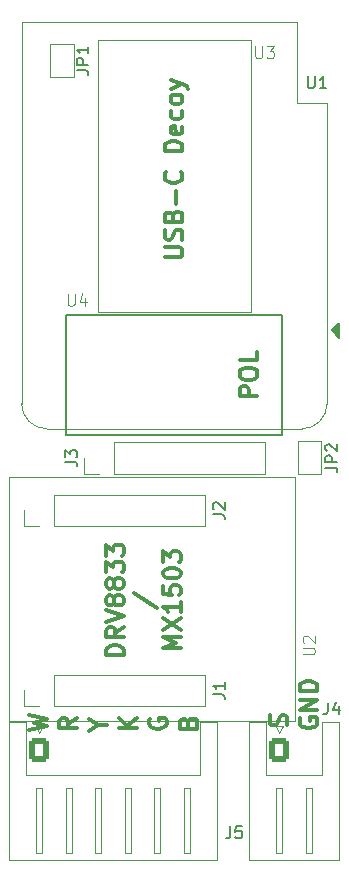
<source format=gto>
%TF.GenerationSoftware,KiCad,Pcbnew,8.0.7*%
%TF.CreationDate,2025-02-05T23:04:40+01:00*%
%TF.ProjectId,YADCMCB,59414443-4d43-4422-9e6b-696361645f70,rev?*%
%TF.SameCoordinates,Original*%
%TF.FileFunction,Legend,Top*%
%TF.FilePolarity,Positive*%
%FSLAX46Y46*%
G04 Gerber Fmt 4.6, Leading zero omitted, Abs format (unit mm)*
G04 Created by KiCad (PCBNEW 8.0.7) date 2025-02-05 23:04:40*
%MOMM*%
%LPD*%
G01*
G04 APERTURE LIST*
G04 Aperture macros list*
%AMRoundRect*
0 Rectangle with rounded corners*
0 $1 Rounding radius*
0 $2 $3 $4 $5 $6 $7 $8 $9 X,Y pos of 4 corners*
0 Add a 4 corners polygon primitive as box body*
4,1,4,$2,$3,$4,$5,$6,$7,$8,$9,$2,$3,0*
0 Add four circle primitives for the rounded corners*
1,1,$1+$1,$2,$3*
1,1,$1+$1,$4,$5*
1,1,$1+$1,$6,$7*
1,1,$1+$1,$8,$9*
0 Add four rect primitives between the rounded corners*
20,1,$1+$1,$2,$3,$4,$5,0*
20,1,$1+$1,$4,$5,$6,$7,0*
20,1,$1+$1,$6,$7,$8,$9,0*
20,1,$1+$1,$8,$9,$2,$3,0*%
G04 Aperture macros list end*
%ADD10C,0.300000*%
%ADD11C,0.150000*%
%ADD12C,0.100000*%
%ADD13C,0.120000*%
%ADD14C,0.200000*%
%ADD15R,1.500000X1.000000*%
%ADD16R,5.000000X2.000000*%
%ADD17O,1.000000X1.800000*%
%ADD18O,1.000000X2.100000*%
%ADD19RoundRect,0.250000X-0.600000X-0.750000X0.600000X-0.750000X0.600000X0.750000X-0.600000X0.750000X0*%
%ADD20O,1.700000X2.000000*%
%ADD21RoundRect,0.250000X-0.600000X-0.725000X0.600000X-0.725000X0.600000X0.725000X-0.600000X0.725000X0*%
%ADD22O,1.700000X1.950000*%
%ADD23R,1.700000X1.700000*%
%ADD24O,1.700000X1.700000*%
%ADD25C,1.700000*%
%ADD26R,2.000000X2.000000*%
%ADD27O,2.000000X1.600000*%
G04 APERTURE END LIST*
D10*
X23538328Y-30995714D02*
X22038328Y-30995714D01*
X22038328Y-30995714D02*
X22038328Y-30424285D01*
X22038328Y-30424285D02*
X22109757Y-30281428D01*
X22109757Y-30281428D02*
X22181185Y-30209999D01*
X22181185Y-30209999D02*
X22324042Y-30138571D01*
X22324042Y-30138571D02*
X22538328Y-30138571D01*
X22538328Y-30138571D02*
X22681185Y-30209999D01*
X22681185Y-30209999D02*
X22752614Y-30281428D01*
X22752614Y-30281428D02*
X22824042Y-30424285D01*
X22824042Y-30424285D02*
X22824042Y-30995714D01*
X22038328Y-29209999D02*
X22038328Y-28924285D01*
X22038328Y-28924285D02*
X22109757Y-28781428D01*
X22109757Y-28781428D02*
X22252614Y-28638571D01*
X22252614Y-28638571D02*
X22538328Y-28567142D01*
X22538328Y-28567142D02*
X23038328Y-28567142D01*
X23038328Y-28567142D02*
X23324042Y-28638571D01*
X23324042Y-28638571D02*
X23466900Y-28781428D01*
X23466900Y-28781428D02*
X23538328Y-28924285D01*
X23538328Y-28924285D02*
X23538328Y-29209999D01*
X23538328Y-29209999D02*
X23466900Y-29352857D01*
X23466900Y-29352857D02*
X23324042Y-29495714D01*
X23324042Y-29495714D02*
X23038328Y-29567142D01*
X23038328Y-29567142D02*
X22538328Y-29567142D01*
X22538328Y-29567142D02*
X22252614Y-29495714D01*
X22252614Y-29495714D02*
X22109757Y-29352857D01*
X22109757Y-29352857D02*
X22038328Y-29209999D01*
X23538328Y-27209999D02*
X23538328Y-27924285D01*
X23538328Y-27924285D02*
X22038328Y-27924285D01*
X12233412Y-52902856D02*
X10733412Y-52902856D01*
X10733412Y-52902856D02*
X10733412Y-52545713D01*
X10733412Y-52545713D02*
X10804841Y-52331427D01*
X10804841Y-52331427D02*
X10947698Y-52188570D01*
X10947698Y-52188570D02*
X11090555Y-52117141D01*
X11090555Y-52117141D02*
X11376269Y-52045713D01*
X11376269Y-52045713D02*
X11590555Y-52045713D01*
X11590555Y-52045713D02*
X11876269Y-52117141D01*
X11876269Y-52117141D02*
X12019126Y-52188570D01*
X12019126Y-52188570D02*
X12161984Y-52331427D01*
X12161984Y-52331427D02*
X12233412Y-52545713D01*
X12233412Y-52545713D02*
X12233412Y-52902856D01*
X12233412Y-50545713D02*
X11519126Y-51045713D01*
X12233412Y-51402856D02*
X10733412Y-51402856D01*
X10733412Y-51402856D02*
X10733412Y-50831427D01*
X10733412Y-50831427D02*
X10804841Y-50688570D01*
X10804841Y-50688570D02*
X10876269Y-50617141D01*
X10876269Y-50617141D02*
X11019126Y-50545713D01*
X11019126Y-50545713D02*
X11233412Y-50545713D01*
X11233412Y-50545713D02*
X11376269Y-50617141D01*
X11376269Y-50617141D02*
X11447698Y-50688570D01*
X11447698Y-50688570D02*
X11519126Y-50831427D01*
X11519126Y-50831427D02*
X11519126Y-51402856D01*
X10733412Y-50117141D02*
X12233412Y-49617141D01*
X12233412Y-49617141D02*
X10733412Y-49117141D01*
X11376269Y-48402856D02*
X11304841Y-48545713D01*
X11304841Y-48545713D02*
X11233412Y-48617142D01*
X11233412Y-48617142D02*
X11090555Y-48688570D01*
X11090555Y-48688570D02*
X11019126Y-48688570D01*
X11019126Y-48688570D02*
X10876269Y-48617142D01*
X10876269Y-48617142D02*
X10804841Y-48545713D01*
X10804841Y-48545713D02*
X10733412Y-48402856D01*
X10733412Y-48402856D02*
X10733412Y-48117142D01*
X10733412Y-48117142D02*
X10804841Y-47974285D01*
X10804841Y-47974285D02*
X10876269Y-47902856D01*
X10876269Y-47902856D02*
X11019126Y-47831427D01*
X11019126Y-47831427D02*
X11090555Y-47831427D01*
X11090555Y-47831427D02*
X11233412Y-47902856D01*
X11233412Y-47902856D02*
X11304841Y-47974285D01*
X11304841Y-47974285D02*
X11376269Y-48117142D01*
X11376269Y-48117142D02*
X11376269Y-48402856D01*
X11376269Y-48402856D02*
X11447698Y-48545713D01*
X11447698Y-48545713D02*
X11519126Y-48617142D01*
X11519126Y-48617142D02*
X11661984Y-48688570D01*
X11661984Y-48688570D02*
X11947698Y-48688570D01*
X11947698Y-48688570D02*
X12090555Y-48617142D01*
X12090555Y-48617142D02*
X12161984Y-48545713D01*
X12161984Y-48545713D02*
X12233412Y-48402856D01*
X12233412Y-48402856D02*
X12233412Y-48117142D01*
X12233412Y-48117142D02*
X12161984Y-47974285D01*
X12161984Y-47974285D02*
X12090555Y-47902856D01*
X12090555Y-47902856D02*
X11947698Y-47831427D01*
X11947698Y-47831427D02*
X11661984Y-47831427D01*
X11661984Y-47831427D02*
X11519126Y-47902856D01*
X11519126Y-47902856D02*
X11447698Y-47974285D01*
X11447698Y-47974285D02*
X11376269Y-48117142D01*
X11376269Y-46974285D02*
X11304841Y-47117142D01*
X11304841Y-47117142D02*
X11233412Y-47188571D01*
X11233412Y-47188571D02*
X11090555Y-47259999D01*
X11090555Y-47259999D02*
X11019126Y-47259999D01*
X11019126Y-47259999D02*
X10876269Y-47188571D01*
X10876269Y-47188571D02*
X10804841Y-47117142D01*
X10804841Y-47117142D02*
X10733412Y-46974285D01*
X10733412Y-46974285D02*
X10733412Y-46688571D01*
X10733412Y-46688571D02*
X10804841Y-46545714D01*
X10804841Y-46545714D02*
X10876269Y-46474285D01*
X10876269Y-46474285D02*
X11019126Y-46402856D01*
X11019126Y-46402856D02*
X11090555Y-46402856D01*
X11090555Y-46402856D02*
X11233412Y-46474285D01*
X11233412Y-46474285D02*
X11304841Y-46545714D01*
X11304841Y-46545714D02*
X11376269Y-46688571D01*
X11376269Y-46688571D02*
X11376269Y-46974285D01*
X11376269Y-46974285D02*
X11447698Y-47117142D01*
X11447698Y-47117142D02*
X11519126Y-47188571D01*
X11519126Y-47188571D02*
X11661984Y-47259999D01*
X11661984Y-47259999D02*
X11947698Y-47259999D01*
X11947698Y-47259999D02*
X12090555Y-47188571D01*
X12090555Y-47188571D02*
X12161984Y-47117142D01*
X12161984Y-47117142D02*
X12233412Y-46974285D01*
X12233412Y-46974285D02*
X12233412Y-46688571D01*
X12233412Y-46688571D02*
X12161984Y-46545714D01*
X12161984Y-46545714D02*
X12090555Y-46474285D01*
X12090555Y-46474285D02*
X11947698Y-46402856D01*
X11947698Y-46402856D02*
X11661984Y-46402856D01*
X11661984Y-46402856D02*
X11519126Y-46474285D01*
X11519126Y-46474285D02*
X11447698Y-46545714D01*
X11447698Y-46545714D02*
X11376269Y-46688571D01*
X10733412Y-45902857D02*
X10733412Y-44974285D01*
X10733412Y-44974285D02*
X11304841Y-45474285D01*
X11304841Y-45474285D02*
X11304841Y-45260000D01*
X11304841Y-45260000D02*
X11376269Y-45117143D01*
X11376269Y-45117143D02*
X11447698Y-45045714D01*
X11447698Y-45045714D02*
X11590555Y-44974285D01*
X11590555Y-44974285D02*
X11947698Y-44974285D01*
X11947698Y-44974285D02*
X12090555Y-45045714D01*
X12090555Y-45045714D02*
X12161984Y-45117143D01*
X12161984Y-45117143D02*
X12233412Y-45260000D01*
X12233412Y-45260000D02*
X12233412Y-45688571D01*
X12233412Y-45688571D02*
X12161984Y-45831428D01*
X12161984Y-45831428D02*
X12090555Y-45902857D01*
X10733412Y-44474286D02*
X10733412Y-43545714D01*
X10733412Y-43545714D02*
X11304841Y-44045714D01*
X11304841Y-44045714D02*
X11304841Y-43831429D01*
X11304841Y-43831429D02*
X11376269Y-43688572D01*
X11376269Y-43688572D02*
X11447698Y-43617143D01*
X11447698Y-43617143D02*
X11590555Y-43545714D01*
X11590555Y-43545714D02*
X11947698Y-43545714D01*
X11947698Y-43545714D02*
X12090555Y-43617143D01*
X12090555Y-43617143D02*
X12161984Y-43688572D01*
X12161984Y-43688572D02*
X12233412Y-43831429D01*
X12233412Y-43831429D02*
X12233412Y-44260000D01*
X12233412Y-44260000D02*
X12161984Y-44402857D01*
X12161984Y-44402857D02*
X12090555Y-44474286D01*
X13076900Y-47617142D02*
X15005471Y-48902856D01*
X17063244Y-52331427D02*
X15563244Y-52331427D01*
X15563244Y-52331427D02*
X16634673Y-51831427D01*
X16634673Y-51831427D02*
X15563244Y-51331427D01*
X15563244Y-51331427D02*
X17063244Y-51331427D01*
X15563244Y-50759998D02*
X17063244Y-49759998D01*
X15563244Y-49759998D02*
X17063244Y-50759998D01*
X17063244Y-48402855D02*
X17063244Y-49259998D01*
X17063244Y-48831427D02*
X15563244Y-48831427D01*
X15563244Y-48831427D02*
X15777530Y-48974284D01*
X15777530Y-48974284D02*
X15920387Y-49117141D01*
X15920387Y-49117141D02*
X15991816Y-49259998D01*
X15563244Y-47045713D02*
X15563244Y-47759999D01*
X15563244Y-47759999D02*
X16277530Y-47831427D01*
X16277530Y-47831427D02*
X16206101Y-47759999D01*
X16206101Y-47759999D02*
X16134673Y-47617142D01*
X16134673Y-47617142D02*
X16134673Y-47259999D01*
X16134673Y-47259999D02*
X16206101Y-47117142D01*
X16206101Y-47117142D02*
X16277530Y-47045713D01*
X16277530Y-47045713D02*
X16420387Y-46974284D01*
X16420387Y-46974284D02*
X16777530Y-46974284D01*
X16777530Y-46974284D02*
X16920387Y-47045713D01*
X16920387Y-47045713D02*
X16991816Y-47117142D01*
X16991816Y-47117142D02*
X17063244Y-47259999D01*
X17063244Y-47259999D02*
X17063244Y-47617142D01*
X17063244Y-47617142D02*
X16991816Y-47759999D01*
X16991816Y-47759999D02*
X16920387Y-47831427D01*
X15563244Y-46045713D02*
X15563244Y-45902856D01*
X15563244Y-45902856D02*
X15634673Y-45759999D01*
X15634673Y-45759999D02*
X15706101Y-45688571D01*
X15706101Y-45688571D02*
X15848958Y-45617142D01*
X15848958Y-45617142D02*
X16134673Y-45545713D01*
X16134673Y-45545713D02*
X16491816Y-45545713D01*
X16491816Y-45545713D02*
X16777530Y-45617142D01*
X16777530Y-45617142D02*
X16920387Y-45688571D01*
X16920387Y-45688571D02*
X16991816Y-45759999D01*
X16991816Y-45759999D02*
X17063244Y-45902856D01*
X17063244Y-45902856D02*
X17063244Y-46045713D01*
X17063244Y-46045713D02*
X16991816Y-46188571D01*
X16991816Y-46188571D02*
X16920387Y-46259999D01*
X16920387Y-46259999D02*
X16777530Y-46331428D01*
X16777530Y-46331428D02*
X16491816Y-46402856D01*
X16491816Y-46402856D02*
X16134673Y-46402856D01*
X16134673Y-46402856D02*
X15848958Y-46331428D01*
X15848958Y-46331428D02*
X15706101Y-46259999D01*
X15706101Y-46259999D02*
X15634673Y-46188571D01*
X15634673Y-46188571D02*
X15563244Y-46045713D01*
X15563244Y-45045714D02*
X15563244Y-44117142D01*
X15563244Y-44117142D02*
X16134673Y-44617142D01*
X16134673Y-44617142D02*
X16134673Y-44402857D01*
X16134673Y-44402857D02*
X16206101Y-44260000D01*
X16206101Y-44260000D02*
X16277530Y-44188571D01*
X16277530Y-44188571D02*
X16420387Y-44117142D01*
X16420387Y-44117142D02*
X16777530Y-44117142D01*
X16777530Y-44117142D02*
X16920387Y-44188571D01*
X16920387Y-44188571D02*
X16991816Y-44260000D01*
X16991816Y-44260000D02*
X17063244Y-44402857D01*
X17063244Y-44402857D02*
X17063244Y-44831428D01*
X17063244Y-44831428D02*
X16991816Y-44974285D01*
X16991816Y-44974285D02*
X16920387Y-45045714D01*
X15688328Y-19221653D02*
X16902614Y-19221653D01*
X16902614Y-19221653D02*
X17045471Y-19150224D01*
X17045471Y-19150224D02*
X17116900Y-19078796D01*
X17116900Y-19078796D02*
X17188328Y-18935938D01*
X17188328Y-18935938D02*
X17188328Y-18650224D01*
X17188328Y-18650224D02*
X17116900Y-18507367D01*
X17116900Y-18507367D02*
X17045471Y-18435938D01*
X17045471Y-18435938D02*
X16902614Y-18364510D01*
X16902614Y-18364510D02*
X15688328Y-18364510D01*
X17116900Y-17721652D02*
X17188328Y-17507367D01*
X17188328Y-17507367D02*
X17188328Y-17150224D01*
X17188328Y-17150224D02*
X17116900Y-17007367D01*
X17116900Y-17007367D02*
X17045471Y-16935938D01*
X17045471Y-16935938D02*
X16902614Y-16864509D01*
X16902614Y-16864509D02*
X16759757Y-16864509D01*
X16759757Y-16864509D02*
X16616900Y-16935938D01*
X16616900Y-16935938D02*
X16545471Y-17007367D01*
X16545471Y-17007367D02*
X16474042Y-17150224D01*
X16474042Y-17150224D02*
X16402614Y-17435938D01*
X16402614Y-17435938D02*
X16331185Y-17578795D01*
X16331185Y-17578795D02*
X16259757Y-17650224D01*
X16259757Y-17650224D02*
X16116900Y-17721652D01*
X16116900Y-17721652D02*
X15974042Y-17721652D01*
X15974042Y-17721652D02*
X15831185Y-17650224D01*
X15831185Y-17650224D02*
X15759757Y-17578795D01*
X15759757Y-17578795D02*
X15688328Y-17435938D01*
X15688328Y-17435938D02*
X15688328Y-17078795D01*
X15688328Y-17078795D02*
X15759757Y-16864509D01*
X16402614Y-15721653D02*
X16474042Y-15507367D01*
X16474042Y-15507367D02*
X16545471Y-15435938D01*
X16545471Y-15435938D02*
X16688328Y-15364510D01*
X16688328Y-15364510D02*
X16902614Y-15364510D01*
X16902614Y-15364510D02*
X17045471Y-15435938D01*
X17045471Y-15435938D02*
X17116900Y-15507367D01*
X17116900Y-15507367D02*
X17188328Y-15650224D01*
X17188328Y-15650224D02*
X17188328Y-16221653D01*
X17188328Y-16221653D02*
X15688328Y-16221653D01*
X15688328Y-16221653D02*
X15688328Y-15721653D01*
X15688328Y-15721653D02*
X15759757Y-15578796D01*
X15759757Y-15578796D02*
X15831185Y-15507367D01*
X15831185Y-15507367D02*
X15974042Y-15435938D01*
X15974042Y-15435938D02*
X16116900Y-15435938D01*
X16116900Y-15435938D02*
X16259757Y-15507367D01*
X16259757Y-15507367D02*
X16331185Y-15578796D01*
X16331185Y-15578796D02*
X16402614Y-15721653D01*
X16402614Y-15721653D02*
X16402614Y-16221653D01*
X16616900Y-14721653D02*
X16616900Y-13578796D01*
X17045471Y-12007367D02*
X17116900Y-12078795D01*
X17116900Y-12078795D02*
X17188328Y-12293081D01*
X17188328Y-12293081D02*
X17188328Y-12435938D01*
X17188328Y-12435938D02*
X17116900Y-12650224D01*
X17116900Y-12650224D02*
X16974042Y-12793081D01*
X16974042Y-12793081D02*
X16831185Y-12864510D01*
X16831185Y-12864510D02*
X16545471Y-12935938D01*
X16545471Y-12935938D02*
X16331185Y-12935938D01*
X16331185Y-12935938D02*
X16045471Y-12864510D01*
X16045471Y-12864510D02*
X15902614Y-12793081D01*
X15902614Y-12793081D02*
X15759757Y-12650224D01*
X15759757Y-12650224D02*
X15688328Y-12435938D01*
X15688328Y-12435938D02*
X15688328Y-12293081D01*
X15688328Y-12293081D02*
X15759757Y-12078795D01*
X15759757Y-12078795D02*
X15831185Y-12007367D01*
X17188328Y-10221653D02*
X15688328Y-10221653D01*
X15688328Y-10221653D02*
X15688328Y-9864510D01*
X15688328Y-9864510D02*
X15759757Y-9650224D01*
X15759757Y-9650224D02*
X15902614Y-9507367D01*
X15902614Y-9507367D02*
X16045471Y-9435938D01*
X16045471Y-9435938D02*
X16331185Y-9364510D01*
X16331185Y-9364510D02*
X16545471Y-9364510D01*
X16545471Y-9364510D02*
X16831185Y-9435938D01*
X16831185Y-9435938D02*
X16974042Y-9507367D01*
X16974042Y-9507367D02*
X17116900Y-9650224D01*
X17116900Y-9650224D02*
X17188328Y-9864510D01*
X17188328Y-9864510D02*
X17188328Y-10221653D01*
X17116900Y-8150224D02*
X17188328Y-8293081D01*
X17188328Y-8293081D02*
X17188328Y-8578796D01*
X17188328Y-8578796D02*
X17116900Y-8721653D01*
X17116900Y-8721653D02*
X16974042Y-8793081D01*
X16974042Y-8793081D02*
X16402614Y-8793081D01*
X16402614Y-8793081D02*
X16259757Y-8721653D01*
X16259757Y-8721653D02*
X16188328Y-8578796D01*
X16188328Y-8578796D02*
X16188328Y-8293081D01*
X16188328Y-8293081D02*
X16259757Y-8150224D01*
X16259757Y-8150224D02*
X16402614Y-8078796D01*
X16402614Y-8078796D02*
X16545471Y-8078796D01*
X16545471Y-8078796D02*
X16688328Y-8793081D01*
X17116900Y-6793082D02*
X17188328Y-6935939D01*
X17188328Y-6935939D02*
X17188328Y-7221653D01*
X17188328Y-7221653D02*
X17116900Y-7364510D01*
X17116900Y-7364510D02*
X17045471Y-7435939D01*
X17045471Y-7435939D02*
X16902614Y-7507367D01*
X16902614Y-7507367D02*
X16474042Y-7507367D01*
X16474042Y-7507367D02*
X16331185Y-7435939D01*
X16331185Y-7435939D02*
X16259757Y-7364510D01*
X16259757Y-7364510D02*
X16188328Y-7221653D01*
X16188328Y-7221653D02*
X16188328Y-6935939D01*
X16188328Y-6935939D02*
X16259757Y-6793082D01*
X17188328Y-5935939D02*
X17116900Y-6078796D01*
X17116900Y-6078796D02*
X17045471Y-6150225D01*
X17045471Y-6150225D02*
X16902614Y-6221653D01*
X16902614Y-6221653D02*
X16474042Y-6221653D01*
X16474042Y-6221653D02*
X16331185Y-6150225D01*
X16331185Y-6150225D02*
X16259757Y-6078796D01*
X16259757Y-6078796D02*
X16188328Y-5935939D01*
X16188328Y-5935939D02*
X16188328Y-5721653D01*
X16188328Y-5721653D02*
X16259757Y-5578796D01*
X16259757Y-5578796D02*
X16331185Y-5507368D01*
X16331185Y-5507368D02*
X16474042Y-5435939D01*
X16474042Y-5435939D02*
X16902614Y-5435939D01*
X16902614Y-5435939D02*
X17045471Y-5507368D01*
X17045471Y-5507368D02*
X17116900Y-5578796D01*
X17116900Y-5578796D02*
X17188328Y-5721653D01*
X17188328Y-5721653D02*
X17188328Y-5935939D01*
X16188328Y-4935939D02*
X17188328Y-4578796D01*
X16188328Y-4221653D02*
X17188328Y-4578796D01*
X17188328Y-4578796D02*
X17545471Y-4721653D01*
X17545471Y-4721653D02*
X17616900Y-4793082D01*
X17616900Y-4793082D02*
X17688328Y-4935939D01*
X8238328Y-58218346D02*
X7524042Y-58718346D01*
X8238328Y-59075489D02*
X6738328Y-59075489D01*
X6738328Y-59075489D02*
X6738328Y-58504060D01*
X6738328Y-58504060D02*
X6809757Y-58361203D01*
X6809757Y-58361203D02*
X6881185Y-58289774D01*
X6881185Y-58289774D02*
X7024042Y-58218346D01*
X7024042Y-58218346D02*
X7238328Y-58218346D01*
X7238328Y-58218346D02*
X7381185Y-58289774D01*
X7381185Y-58289774D02*
X7452614Y-58361203D01*
X7452614Y-58361203D02*
X7524042Y-58504060D01*
X7524042Y-58504060D02*
X7524042Y-59075489D01*
X10064042Y-58789774D02*
X10778328Y-58789774D01*
X9278328Y-59289774D02*
X10064042Y-58789774D01*
X10064042Y-58789774D02*
X9278328Y-58289774D01*
X4198328Y-59278346D02*
X5698328Y-58921203D01*
X5698328Y-58921203D02*
X4626900Y-58635489D01*
X4626900Y-58635489D02*
X5698328Y-58349774D01*
X5698328Y-58349774D02*
X4198328Y-57992632D01*
X27189757Y-58235939D02*
X27118328Y-58378797D01*
X27118328Y-58378797D02*
X27118328Y-58593082D01*
X27118328Y-58593082D02*
X27189757Y-58807368D01*
X27189757Y-58807368D02*
X27332614Y-58950225D01*
X27332614Y-58950225D02*
X27475471Y-59021654D01*
X27475471Y-59021654D02*
X27761185Y-59093082D01*
X27761185Y-59093082D02*
X27975471Y-59093082D01*
X27975471Y-59093082D02*
X28261185Y-59021654D01*
X28261185Y-59021654D02*
X28404042Y-58950225D01*
X28404042Y-58950225D02*
X28546900Y-58807368D01*
X28546900Y-58807368D02*
X28618328Y-58593082D01*
X28618328Y-58593082D02*
X28618328Y-58450225D01*
X28618328Y-58450225D02*
X28546900Y-58235939D01*
X28546900Y-58235939D02*
X28475471Y-58164511D01*
X28475471Y-58164511D02*
X27975471Y-58164511D01*
X27975471Y-58164511D02*
X27975471Y-58450225D01*
X28618328Y-57521654D02*
X27118328Y-57521654D01*
X27118328Y-57521654D02*
X28618328Y-56664511D01*
X28618328Y-56664511D02*
X27118328Y-56664511D01*
X28618328Y-55950225D02*
X27118328Y-55950225D01*
X27118328Y-55950225D02*
X27118328Y-55593082D01*
X27118328Y-55593082D02*
X27189757Y-55378796D01*
X27189757Y-55378796D02*
X27332614Y-55235939D01*
X27332614Y-55235939D02*
X27475471Y-55164510D01*
X27475471Y-55164510D02*
X27761185Y-55093082D01*
X27761185Y-55093082D02*
X27975471Y-55093082D01*
X27975471Y-55093082D02*
X28261185Y-55164510D01*
X28261185Y-55164510D02*
X28404042Y-55235939D01*
X28404042Y-55235939D02*
X28546900Y-55378796D01*
X28546900Y-55378796D02*
X28618328Y-55593082D01*
X28618328Y-55593082D02*
X28618328Y-55950225D01*
X14429757Y-58289774D02*
X14358328Y-58432632D01*
X14358328Y-58432632D02*
X14358328Y-58646917D01*
X14358328Y-58646917D02*
X14429757Y-58861203D01*
X14429757Y-58861203D02*
X14572614Y-59004060D01*
X14572614Y-59004060D02*
X14715471Y-59075489D01*
X14715471Y-59075489D02*
X15001185Y-59146917D01*
X15001185Y-59146917D02*
X15215471Y-59146917D01*
X15215471Y-59146917D02*
X15501185Y-59075489D01*
X15501185Y-59075489D02*
X15644042Y-59004060D01*
X15644042Y-59004060D02*
X15786900Y-58861203D01*
X15786900Y-58861203D02*
X15858328Y-58646917D01*
X15858328Y-58646917D02*
X15858328Y-58504060D01*
X15858328Y-58504060D02*
X15786900Y-58289774D01*
X15786900Y-58289774D02*
X15715471Y-58218346D01*
X15715471Y-58218346D02*
X15215471Y-58218346D01*
X15215471Y-58218346D02*
X15215471Y-58504060D01*
X13318328Y-59075489D02*
X11818328Y-59075489D01*
X13318328Y-58218346D02*
X12461185Y-58861203D01*
X11818328Y-58218346D02*
X12675471Y-59075489D01*
X17672614Y-58635489D02*
X17744042Y-58421203D01*
X17744042Y-58421203D02*
X17815471Y-58349774D01*
X17815471Y-58349774D02*
X17958328Y-58278346D01*
X17958328Y-58278346D02*
X18172614Y-58278346D01*
X18172614Y-58278346D02*
X18315471Y-58349774D01*
X18315471Y-58349774D02*
X18386900Y-58421203D01*
X18386900Y-58421203D02*
X18458328Y-58564060D01*
X18458328Y-58564060D02*
X18458328Y-59135489D01*
X18458328Y-59135489D02*
X16958328Y-59135489D01*
X16958328Y-59135489D02*
X16958328Y-58635489D01*
X16958328Y-58635489D02*
X17029757Y-58492632D01*
X17029757Y-58492632D02*
X17101185Y-58421203D01*
X17101185Y-58421203D02*
X17244042Y-58349774D01*
X17244042Y-58349774D02*
X17386900Y-58349774D01*
X17386900Y-58349774D02*
X17529757Y-58421203D01*
X17529757Y-58421203D02*
X17601185Y-58492632D01*
X17601185Y-58492632D02*
X17672614Y-58635489D01*
X17672614Y-58635489D02*
X17672614Y-59135489D01*
X26006900Y-58848570D02*
X26078328Y-58634285D01*
X26078328Y-58634285D02*
X26078328Y-58277142D01*
X26078328Y-58277142D02*
X26006900Y-58134285D01*
X26006900Y-58134285D02*
X25935471Y-58062856D01*
X25935471Y-58062856D02*
X25792614Y-57991427D01*
X25792614Y-57991427D02*
X25649757Y-57991427D01*
X25649757Y-57991427D02*
X25506900Y-58062856D01*
X25506900Y-58062856D02*
X25435471Y-58134285D01*
X25435471Y-58134285D02*
X25364042Y-58277142D01*
X25364042Y-58277142D02*
X25292614Y-58562856D01*
X25292614Y-58562856D02*
X25221185Y-58705713D01*
X25221185Y-58705713D02*
X25149757Y-58777142D01*
X25149757Y-58777142D02*
X25006900Y-58848570D01*
X25006900Y-58848570D02*
X24864042Y-58848570D01*
X24864042Y-58848570D02*
X24721185Y-58777142D01*
X24721185Y-58777142D02*
X24649757Y-58705713D01*
X24649757Y-58705713D02*
X24578328Y-58562856D01*
X24578328Y-58562856D02*
X24578328Y-58205713D01*
X24578328Y-58205713D02*
X24649757Y-57991427D01*
D11*
X29299819Y-37028333D02*
X30014104Y-37028333D01*
X30014104Y-37028333D02*
X30156961Y-37075952D01*
X30156961Y-37075952D02*
X30252200Y-37171190D01*
X30252200Y-37171190D02*
X30299819Y-37314047D01*
X30299819Y-37314047D02*
X30299819Y-37409285D01*
X30299819Y-36552142D02*
X29299819Y-36552142D01*
X29299819Y-36552142D02*
X29299819Y-36171190D01*
X29299819Y-36171190D02*
X29347438Y-36075952D01*
X29347438Y-36075952D02*
X29395057Y-36028333D01*
X29395057Y-36028333D02*
X29490295Y-35980714D01*
X29490295Y-35980714D02*
X29633152Y-35980714D01*
X29633152Y-35980714D02*
X29728390Y-36028333D01*
X29728390Y-36028333D02*
X29776009Y-36075952D01*
X29776009Y-36075952D02*
X29823628Y-36171190D01*
X29823628Y-36171190D02*
X29823628Y-36552142D01*
X29395057Y-35599761D02*
X29347438Y-35552142D01*
X29347438Y-35552142D02*
X29299819Y-35456904D01*
X29299819Y-35456904D02*
X29299819Y-35218809D01*
X29299819Y-35218809D02*
X29347438Y-35123571D01*
X29347438Y-35123571D02*
X29395057Y-35075952D01*
X29395057Y-35075952D02*
X29490295Y-35028333D01*
X29490295Y-35028333D02*
X29585533Y-35028333D01*
X29585533Y-35028333D02*
X29728390Y-35075952D01*
X29728390Y-35075952D02*
X30299819Y-35647380D01*
X30299819Y-35647380D02*
X30299819Y-35028333D01*
X8239819Y-3373333D02*
X8954104Y-3373333D01*
X8954104Y-3373333D02*
X9096961Y-3420952D01*
X9096961Y-3420952D02*
X9192200Y-3516190D01*
X9192200Y-3516190D02*
X9239819Y-3659047D01*
X9239819Y-3659047D02*
X9239819Y-3754285D01*
X9239819Y-2897142D02*
X8239819Y-2897142D01*
X8239819Y-2897142D02*
X8239819Y-2516190D01*
X8239819Y-2516190D02*
X8287438Y-2420952D01*
X8287438Y-2420952D02*
X8335057Y-2373333D01*
X8335057Y-2373333D02*
X8430295Y-2325714D01*
X8430295Y-2325714D02*
X8573152Y-2325714D01*
X8573152Y-2325714D02*
X8668390Y-2373333D01*
X8668390Y-2373333D02*
X8716009Y-2420952D01*
X8716009Y-2420952D02*
X8763628Y-2516190D01*
X8763628Y-2516190D02*
X8763628Y-2897142D01*
X9239819Y-1373333D02*
X9239819Y-1944761D01*
X9239819Y-1659047D02*
X8239819Y-1659047D01*
X8239819Y-1659047D02*
X8382676Y-1754285D01*
X8382676Y-1754285D02*
X8477914Y-1849523D01*
X8477914Y-1849523D02*
X8525533Y-1944761D01*
D12*
X23368095Y-1362419D02*
X23368095Y-2171942D01*
X23368095Y-2171942D02*
X23415714Y-2267180D01*
X23415714Y-2267180D02*
X23463333Y-2314800D01*
X23463333Y-2314800D02*
X23558571Y-2362419D01*
X23558571Y-2362419D02*
X23749047Y-2362419D01*
X23749047Y-2362419D02*
X23844285Y-2314800D01*
X23844285Y-2314800D02*
X23891904Y-2267180D01*
X23891904Y-2267180D02*
X23939523Y-2171942D01*
X23939523Y-2171942D02*
X23939523Y-1362419D01*
X24320476Y-1362419D02*
X24939523Y-1362419D01*
X24939523Y-1362419D02*
X24606190Y-1743371D01*
X24606190Y-1743371D02*
X24749047Y-1743371D01*
X24749047Y-1743371D02*
X24844285Y-1790990D01*
X24844285Y-1790990D02*
X24891904Y-1838609D01*
X24891904Y-1838609D02*
X24939523Y-1933847D01*
X24939523Y-1933847D02*
X24939523Y-2171942D01*
X24939523Y-2171942D02*
X24891904Y-2267180D01*
X24891904Y-2267180D02*
X24844285Y-2314800D01*
X24844285Y-2314800D02*
X24749047Y-2362419D01*
X24749047Y-2362419D02*
X24463333Y-2362419D01*
X24463333Y-2362419D02*
X24368095Y-2314800D01*
X24368095Y-2314800D02*
X24320476Y-2267180D01*
D11*
X29511666Y-56914819D02*
X29511666Y-57629104D01*
X29511666Y-57629104D02*
X29464047Y-57771961D01*
X29464047Y-57771961D02*
X29368809Y-57867200D01*
X29368809Y-57867200D02*
X29225952Y-57914819D01*
X29225952Y-57914819D02*
X29130714Y-57914819D01*
X30416428Y-57248152D02*
X30416428Y-57914819D01*
X30178333Y-56867200D02*
X29940238Y-57581485D01*
X29940238Y-57581485D02*
X30559285Y-57581485D01*
X21256666Y-67399819D02*
X21256666Y-68114104D01*
X21256666Y-68114104D02*
X21209047Y-68256961D01*
X21209047Y-68256961D02*
X21113809Y-68352200D01*
X21113809Y-68352200D02*
X20970952Y-68399819D01*
X20970952Y-68399819D02*
X20875714Y-68399819D01*
X22209047Y-67399819D02*
X21732857Y-67399819D01*
X21732857Y-67399819D02*
X21685238Y-67876009D01*
X21685238Y-67876009D02*
X21732857Y-67828390D01*
X21732857Y-67828390D02*
X21828095Y-67780771D01*
X21828095Y-67780771D02*
X22066190Y-67780771D01*
X22066190Y-67780771D02*
X22161428Y-67828390D01*
X22161428Y-67828390D02*
X22209047Y-67876009D01*
X22209047Y-67876009D02*
X22256666Y-67971247D01*
X22256666Y-67971247D02*
X22256666Y-68209342D01*
X22256666Y-68209342D02*
X22209047Y-68304580D01*
X22209047Y-68304580D02*
X22161428Y-68352200D01*
X22161428Y-68352200D02*
X22066190Y-68399819D01*
X22066190Y-68399819D02*
X21828095Y-68399819D01*
X21828095Y-68399819D02*
X21732857Y-68352200D01*
X21732857Y-68352200D02*
X21685238Y-68304580D01*
X19774819Y-40973333D02*
X20489104Y-40973333D01*
X20489104Y-40973333D02*
X20631961Y-41020952D01*
X20631961Y-41020952D02*
X20727200Y-41116190D01*
X20727200Y-41116190D02*
X20774819Y-41259047D01*
X20774819Y-41259047D02*
X20774819Y-41354285D01*
X19870057Y-40544761D02*
X19822438Y-40497142D01*
X19822438Y-40497142D02*
X19774819Y-40401904D01*
X19774819Y-40401904D02*
X19774819Y-40163809D01*
X19774819Y-40163809D02*
X19822438Y-40068571D01*
X19822438Y-40068571D02*
X19870057Y-40020952D01*
X19870057Y-40020952D02*
X19965295Y-39973333D01*
X19965295Y-39973333D02*
X20060533Y-39973333D01*
X20060533Y-39973333D02*
X20203390Y-40020952D01*
X20203390Y-40020952D02*
X20774819Y-40592380D01*
X20774819Y-40592380D02*
X20774819Y-39973333D01*
X7284819Y-36528333D02*
X7999104Y-36528333D01*
X7999104Y-36528333D02*
X8141961Y-36575952D01*
X8141961Y-36575952D02*
X8237200Y-36671190D01*
X8237200Y-36671190D02*
X8284819Y-36814047D01*
X8284819Y-36814047D02*
X8284819Y-36909285D01*
X7284819Y-36147380D02*
X7284819Y-35528333D01*
X7284819Y-35528333D02*
X7665771Y-35861666D01*
X7665771Y-35861666D02*
X7665771Y-35718809D01*
X7665771Y-35718809D02*
X7713390Y-35623571D01*
X7713390Y-35623571D02*
X7761009Y-35575952D01*
X7761009Y-35575952D02*
X7856247Y-35528333D01*
X7856247Y-35528333D02*
X8094342Y-35528333D01*
X8094342Y-35528333D02*
X8189580Y-35575952D01*
X8189580Y-35575952D02*
X8237200Y-35623571D01*
X8237200Y-35623571D02*
X8284819Y-35718809D01*
X8284819Y-35718809D02*
X8284819Y-36004523D01*
X8284819Y-36004523D02*
X8237200Y-36099761D01*
X8237200Y-36099761D02*
X8189580Y-36147380D01*
D12*
X27397419Y-52831904D02*
X28206942Y-52831904D01*
X28206942Y-52831904D02*
X28302180Y-52784285D01*
X28302180Y-52784285D02*
X28349800Y-52736666D01*
X28349800Y-52736666D02*
X28397419Y-52641428D01*
X28397419Y-52641428D02*
X28397419Y-52450952D01*
X28397419Y-52450952D02*
X28349800Y-52355714D01*
X28349800Y-52355714D02*
X28302180Y-52308095D01*
X28302180Y-52308095D02*
X28206942Y-52260476D01*
X28206942Y-52260476D02*
X27397419Y-52260476D01*
X27492657Y-51831904D02*
X27445038Y-51784285D01*
X27445038Y-51784285D02*
X27397419Y-51689047D01*
X27397419Y-51689047D02*
X27397419Y-51450952D01*
X27397419Y-51450952D02*
X27445038Y-51355714D01*
X27445038Y-51355714D02*
X27492657Y-51308095D01*
X27492657Y-51308095D02*
X27587895Y-51260476D01*
X27587895Y-51260476D02*
X27683133Y-51260476D01*
X27683133Y-51260476D02*
X27825990Y-51308095D01*
X27825990Y-51308095D02*
X28397419Y-51879523D01*
X28397419Y-51879523D02*
X28397419Y-51260476D01*
D11*
X27813095Y-3899819D02*
X27813095Y-4709342D01*
X27813095Y-4709342D02*
X27860714Y-4804580D01*
X27860714Y-4804580D02*
X27908333Y-4852200D01*
X27908333Y-4852200D02*
X28003571Y-4899819D01*
X28003571Y-4899819D02*
X28194047Y-4899819D01*
X28194047Y-4899819D02*
X28289285Y-4852200D01*
X28289285Y-4852200D02*
X28336904Y-4804580D01*
X28336904Y-4804580D02*
X28384523Y-4709342D01*
X28384523Y-4709342D02*
X28384523Y-3899819D01*
X29384523Y-4899819D02*
X28813095Y-4899819D01*
X29098809Y-4899819D02*
X29098809Y-3899819D01*
X29098809Y-3899819D02*
X29003571Y-4042676D01*
X29003571Y-4042676D02*
X28908333Y-4137914D01*
X28908333Y-4137914D02*
X28813095Y-4185533D01*
D12*
X7493095Y-22317419D02*
X7493095Y-23126942D01*
X7493095Y-23126942D02*
X7540714Y-23222180D01*
X7540714Y-23222180D02*
X7588333Y-23269800D01*
X7588333Y-23269800D02*
X7683571Y-23317419D01*
X7683571Y-23317419D02*
X7874047Y-23317419D01*
X7874047Y-23317419D02*
X7969285Y-23269800D01*
X7969285Y-23269800D02*
X8016904Y-23222180D01*
X8016904Y-23222180D02*
X8064523Y-23126942D01*
X8064523Y-23126942D02*
X8064523Y-22317419D01*
X8969285Y-22650752D02*
X8969285Y-23317419D01*
X8731190Y-22269800D02*
X8493095Y-22984085D01*
X8493095Y-22984085D02*
X9112142Y-22984085D01*
D11*
X19774819Y-56213333D02*
X20489104Y-56213333D01*
X20489104Y-56213333D02*
X20631961Y-56260952D01*
X20631961Y-56260952D02*
X20727200Y-56356190D01*
X20727200Y-56356190D02*
X20774819Y-56499047D01*
X20774819Y-56499047D02*
X20774819Y-56594285D01*
X20774819Y-55213333D02*
X20774819Y-55784761D01*
X20774819Y-55499047D02*
X19774819Y-55499047D01*
X19774819Y-55499047D02*
X19917676Y-55594285D01*
X19917676Y-55594285D02*
X20012914Y-55689523D01*
X20012914Y-55689523D02*
X20060533Y-55784761D01*
D13*
%TO.C,JP2*%
X26940000Y-34780000D02*
X28940000Y-34780000D01*
X26940000Y-37580000D02*
X26940000Y-34780000D01*
X28940000Y-34780000D02*
X28940000Y-37580000D01*
X28940000Y-37580000D02*
X26940000Y-37580000D01*
%TO.C,JP1*%
X5985000Y-1140000D02*
X7985000Y-1140000D01*
X5985000Y-3940000D02*
X5985000Y-1140000D01*
X7985000Y-1140000D02*
X7985000Y-3940000D01*
X7985000Y-3940000D02*
X5985000Y-3940000D01*
%TO.C,U3*%
D12*
X10010000Y-840000D02*
X23010000Y-840000D01*
X23010000Y-23840000D01*
X10010000Y-23840000D01*
X10010000Y-840000D01*
D13*
%TO.C,J4*%
X22840000Y-58550000D02*
X24260000Y-58550000D01*
X22840000Y-70270000D02*
X22840000Y-58550000D01*
X24260000Y-58550000D02*
X24260000Y-63050000D01*
X24260000Y-63050000D02*
X26650000Y-63050000D01*
X25100000Y-58860000D02*
X25700000Y-58860000D01*
X25150000Y-64160000D02*
X25150000Y-69660000D01*
X25150000Y-69660000D02*
X25650000Y-69660000D01*
X25400000Y-59460000D02*
X25100000Y-58860000D01*
X25650000Y-64160000D02*
X25150000Y-64160000D01*
X25650000Y-69660000D02*
X25650000Y-64160000D01*
X25700000Y-58860000D02*
X25400000Y-59460000D01*
X26650000Y-70270000D02*
X22840000Y-70270000D01*
X26650000Y-70270000D02*
X30460000Y-70270000D01*
X27650000Y-64160000D02*
X27650000Y-69660000D01*
X27650000Y-69660000D02*
X28150000Y-69660000D01*
X28150000Y-64160000D02*
X27650000Y-64160000D01*
X28150000Y-69660000D02*
X28150000Y-64160000D01*
X29040000Y-58550000D02*
X29040000Y-63050000D01*
X29040000Y-63050000D02*
X26650000Y-63050000D01*
X30460000Y-58550000D02*
X29040000Y-58550000D01*
X30460000Y-70270000D02*
X30460000Y-58550000D01*
%TO.C,J5*%
X2520000Y-58550000D02*
X3940000Y-58550000D01*
X2520000Y-70270000D02*
X2520000Y-58550000D01*
X3940000Y-58550000D02*
X3940000Y-63050000D01*
X3940000Y-63050000D02*
X11330000Y-63050000D01*
X4780000Y-58860000D02*
X5380000Y-58860000D01*
X4830000Y-64160000D02*
X4830000Y-69660000D01*
X4830000Y-69660000D02*
X5330000Y-69660000D01*
X5080000Y-59460000D02*
X4780000Y-58860000D01*
X5330000Y-64160000D02*
X4830000Y-64160000D01*
X5330000Y-69660000D02*
X5330000Y-64160000D01*
X5380000Y-58860000D02*
X5080000Y-59460000D01*
X7330000Y-64160000D02*
X7330000Y-69660000D01*
X7330000Y-69660000D02*
X7830000Y-69660000D01*
X7830000Y-64160000D02*
X7330000Y-64160000D01*
X7830000Y-69660000D02*
X7830000Y-64160000D01*
X9830000Y-64160000D02*
X9830000Y-69660000D01*
X9830000Y-69660000D02*
X10330000Y-69660000D01*
X10330000Y-64160000D02*
X9830000Y-64160000D01*
X10330000Y-69660000D02*
X10330000Y-64160000D01*
X11330000Y-70270000D02*
X2520000Y-70270000D01*
X11330000Y-70270000D02*
X20140000Y-70270000D01*
X12330000Y-64160000D02*
X12330000Y-69660000D01*
X12330000Y-69660000D02*
X12830000Y-69660000D01*
X12830000Y-64160000D02*
X12330000Y-64160000D01*
X12830000Y-69660000D02*
X12830000Y-64160000D01*
X14830000Y-64160000D02*
X14830000Y-69660000D01*
X14830000Y-69660000D02*
X15330000Y-69660000D01*
X15330000Y-64160000D02*
X14830000Y-64160000D01*
X15330000Y-69660000D02*
X15330000Y-64160000D01*
X17330000Y-64160000D02*
X17330000Y-69660000D01*
X17330000Y-69660000D02*
X17830000Y-69660000D01*
X17830000Y-64160000D02*
X17330000Y-64160000D01*
X17830000Y-69660000D02*
X17830000Y-64160000D01*
X18720000Y-58550000D02*
X18720000Y-63050000D01*
X18720000Y-63050000D02*
X11330000Y-63050000D01*
X20140000Y-58550000D02*
X18720000Y-58550000D01*
X20140000Y-70270000D02*
X20140000Y-58550000D01*
%TO.C,J2*%
X3750000Y-41970000D02*
X3750000Y-40640000D01*
X5080000Y-41970000D02*
X3750000Y-41970000D01*
X6350000Y-39310000D02*
X19110000Y-39310000D01*
X6350000Y-41970000D02*
X6350000Y-39310000D01*
X6350000Y-41970000D02*
X19110000Y-41970000D01*
X19110000Y-41970000D02*
X19110000Y-39310000D01*
%TO.C,J3*%
X8830000Y-37525000D02*
X8830000Y-36195000D01*
X10160000Y-37525000D02*
X8830000Y-37525000D01*
X11430000Y-34865000D02*
X24190000Y-34865000D01*
X11430000Y-37525000D02*
X11430000Y-34865000D01*
X11430000Y-37525000D02*
X24190000Y-37525000D01*
X24190000Y-37525000D02*
X24190000Y-34865000D01*
%TO.C,U2*%
D12*
X2505000Y-58440000D02*
X26705000Y-58440000D01*
X26705000Y-37840000D01*
X2505000Y-37840000D01*
X2505000Y-58440000D01*
D13*
%TO.C,U1*%
X3580000Y720000D02*
X3580000Y-31610000D01*
X5700000Y-33740000D02*
X27310000Y-33740000D01*
X26900000Y720000D02*
X3580000Y720000D01*
X26900000Y-6180000D02*
X26900000Y720000D01*
X29440000Y-6180000D02*
X26900000Y-6180000D01*
X29440000Y-6180000D02*
X29440000Y-31610000D01*
X5710000Y-33740000D02*
G75*
G02*
X3580000Y-31610000I0J2130000D01*
G01*
X29440000Y-31610000D02*
G75*
G02*
X27310000Y-33740000I-2130002J2D01*
G01*
D11*
X30480000Y-26035000D02*
X29845000Y-25400000D01*
X30480000Y-24765000D01*
X30480000Y-26035000D01*
G36*
X30480000Y-26035000D02*
G01*
X29845000Y-25400000D01*
X30480000Y-24765000D01*
X30480000Y-26035000D01*
G37*
%TO.C,U4*%
D14*
X7366000Y-24130000D02*
X25654000Y-24130000D01*
X25654000Y-34290000D01*
X7366000Y-34290000D01*
X7366000Y-24130000D01*
D13*
%TO.C,J1*%
X3750000Y-57210000D02*
X3750000Y-55880000D01*
X5080000Y-57210000D02*
X3750000Y-57210000D01*
X6350000Y-54550000D02*
X19110000Y-54550000D01*
X6350000Y-57210000D02*
X6350000Y-54550000D01*
X6350000Y-57210000D02*
X19110000Y-57210000D01*
X19110000Y-57210000D02*
X19110000Y-54550000D01*
%TD*%
%LPC*%
D15*
%TO.C,JP2*%
X27940000Y-36830000D03*
X27940000Y-35530000D03*
%TD*%
%TO.C,JP1*%
X6985000Y-1890000D03*
X6985000Y-3190000D03*
%TD*%
D16*
%TO.C,U3*%
X13010000Y-22590000D03*
D17*
X12260000Y-2090000D03*
D18*
X12260000Y-6090000D03*
D16*
X20010000Y-22590000D03*
D17*
X20760000Y-2090000D03*
D18*
X20760000Y-6090000D03*
%TD*%
D19*
%TO.C,J4*%
X25400000Y-60960000D03*
D20*
X27900000Y-60960000D03*
%TD*%
D21*
%TO.C,J5*%
X5080000Y-60960000D03*
D22*
X7580000Y-60960000D03*
X10080000Y-60960000D03*
X12580000Y-60960000D03*
X15080000Y-60960000D03*
X17580000Y-60960000D03*
%TD*%
D23*
%TO.C,J2*%
X5080000Y-40640000D03*
D24*
X7620000Y-40640000D03*
X10160000Y-40640000D03*
X12700000Y-40640000D03*
X15240000Y-40640000D03*
X17780000Y-40640000D03*
%TD*%
D23*
%TO.C,J3*%
X10160000Y-36195000D03*
D24*
X12700000Y-36195000D03*
X15240000Y-36195000D03*
X17780000Y-36195000D03*
X20320000Y-36195000D03*
X22860000Y-36195000D03*
%TD*%
D25*
%TO.C,U2*%
X22665000Y-56440000D03*
X25205000Y-56440000D03*
X22665000Y-53340000D03*
X25205000Y-53340000D03*
X21705000Y-48185000D03*
X21705000Y-45645000D03*
X7505000Y-48185000D03*
X7505000Y-45645000D03*
%TD*%
D26*
%TO.C,U1*%
X27940000Y-25400000D03*
D27*
X27940000Y-22860000D03*
X27940000Y-20320000D03*
X27940000Y-17780000D03*
X27940000Y-15240000D03*
X27940000Y-12700000D03*
X27940000Y-10160000D03*
X27940000Y-7620000D03*
X5080000Y-7620000D03*
X5080000Y-10160000D03*
X5080000Y-12700000D03*
X5080000Y-15240000D03*
X5080000Y-17780000D03*
X5080000Y-20320000D03*
X5080000Y-22860000D03*
X5080000Y-25400000D03*
%TD*%
D25*
%TO.C,U4*%
X8890000Y-26670000D03*
X8890000Y-29210000D03*
X8890000Y-31750000D03*
%TD*%
D23*
%TO.C,J1*%
X5080000Y-55880000D03*
D24*
X7620000Y-55880000D03*
X10160000Y-55880000D03*
X12700000Y-55880000D03*
X15240000Y-55880000D03*
X17780000Y-55880000D03*
%TD*%
%LPD*%
M02*

</source>
